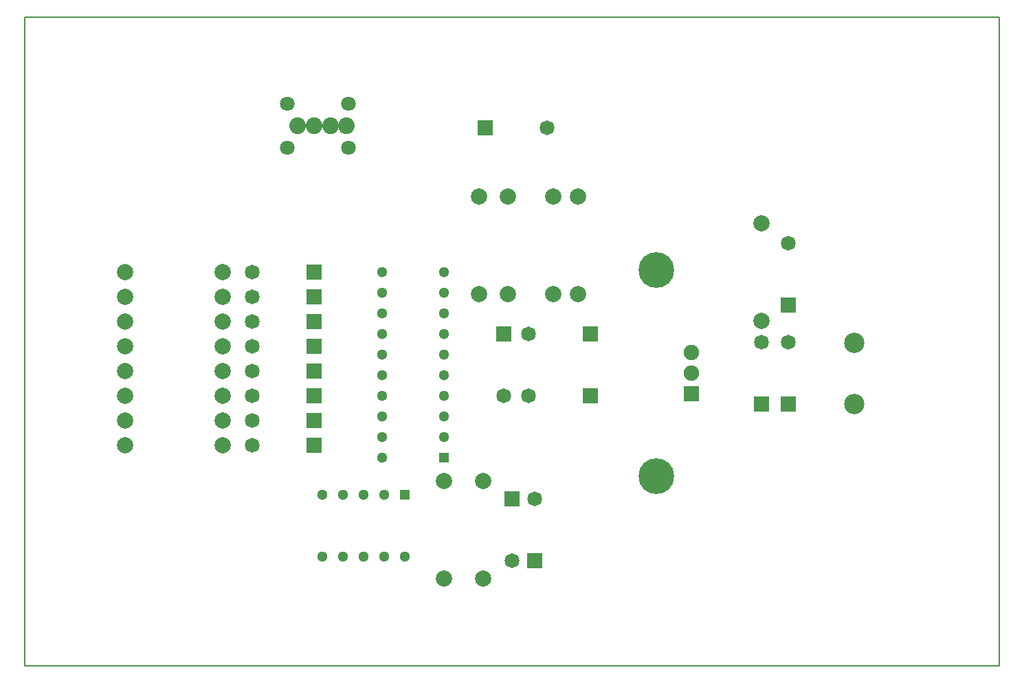
<source format=gbr>
G04 #@! TF.FileFunction,Soldermask,Bot*
%FSLAX46Y46*%
G04 Gerber Fmt 4.6, Leading zero omitted, Abs format (unit mm)*
G04 Created by KiCad (PCBNEW 4.0.0-rc1-stable) date dom 11 oct 2015 19:35:07 CEST*
%MOMM*%
G01*
G04 APERTURE LIST*
%ADD10C,0.100000*%
%ADD11C,0.150000*%
%ADD12R,1.822400X1.822400*%
%ADD13C,1.822400*%
%ADD14C,1.300000*%
%ADD15R,1.300000X1.300000*%
%ADD16C,2.500580*%
%ADD17C,2.000000*%
%ADD18C,1.804620*%
%ADD19C,2.051000*%
%ADD20R,1.900000X1.900000*%
%ADD21C,1.900000*%
%ADD22C,4.400000*%
G04 APERTURE END LIST*
D10*
D11*
X100000000Y-30000000D02*
X220000000Y-30000000D01*
X100000000Y-110000000D02*
X100000000Y-30000000D01*
X220000000Y-110000000D02*
X100000000Y-110000000D01*
X220000000Y-30000000D02*
X220000000Y-110000000D01*
D12*
X190754000Y-77724000D03*
D13*
X190754000Y-70104000D03*
D12*
X194056000Y-77724000D03*
D13*
X194056000Y-70104000D03*
D12*
X160020000Y-89408000D03*
D13*
X160020000Y-97028000D03*
D12*
X194056000Y-65532000D03*
D13*
X194056000Y-57912000D03*
D12*
X156718000Y-43688000D03*
D13*
X164338000Y-43688000D03*
D14*
X144018000Y-84328000D03*
X144018000Y-81788000D03*
X144018000Y-79248000D03*
X144018000Y-76708000D03*
X144018000Y-74168000D03*
X144018000Y-71628000D03*
X144018000Y-66548000D03*
X144018000Y-69088000D03*
D15*
X151638000Y-84328000D03*
D14*
X151638000Y-81788000D03*
X151638000Y-79248000D03*
X151638000Y-76708000D03*
X151638000Y-74168000D03*
X151638000Y-71628000D03*
X151638000Y-69088000D03*
X151638000Y-66548000D03*
X151638000Y-61468000D03*
X151638000Y-64008000D03*
X144018000Y-61468000D03*
X144018000Y-64008000D03*
D16*
X202184000Y-70164960D03*
X202184000Y-77663040D03*
D17*
X124364000Y-61468000D03*
X112364000Y-61468000D03*
X124364000Y-64516000D03*
X112364000Y-64516000D03*
X124364000Y-67564000D03*
X112364000Y-67564000D03*
X124364000Y-70612000D03*
X112364000Y-70612000D03*
X124364000Y-73660000D03*
X112364000Y-73660000D03*
X124364000Y-76708000D03*
X112364000Y-76708000D03*
X124364000Y-79756000D03*
X112364000Y-79756000D03*
X124364000Y-82804000D03*
X112364000Y-82804000D03*
X168148000Y-64166000D03*
X168148000Y-52166000D03*
X155956000Y-64166000D03*
X155956000Y-52166000D03*
X159512000Y-64166000D03*
X159512000Y-52166000D03*
X165100000Y-64166000D03*
X165100000Y-52166000D03*
X156464000Y-87218000D03*
X156464000Y-99218000D03*
X190754000Y-55468000D03*
X190754000Y-67468000D03*
X151638000Y-99218000D03*
X151638000Y-87218000D03*
D18*
X139872720Y-46154340D03*
X132334000Y-46154340D03*
X132334000Y-40713660D03*
X139872720Y-40713660D03*
D19*
X139603480Y-43434000D03*
X137604500Y-43434000D03*
X135602980Y-43434000D03*
X133604000Y-43434000D03*
D20*
X182118000Y-76454000D03*
D21*
X182118000Y-73914000D03*
X182118000Y-71374000D03*
D22*
X177768000Y-61214000D03*
X177768000Y-86614000D03*
D14*
X146812000Y-96520000D03*
X144272000Y-96520000D03*
X141732000Y-96520000D03*
X139192000Y-96520000D03*
X136652000Y-96520000D03*
D15*
X146812000Y-88900000D03*
D14*
X144272000Y-88900000D03*
X141732000Y-88900000D03*
X139192000Y-88900000D03*
X136652000Y-88900000D03*
D12*
X135636000Y-61468000D03*
D13*
X128016000Y-61468000D03*
D12*
X135636000Y-64516000D03*
D13*
X128016000Y-64516000D03*
D12*
X135636000Y-67564000D03*
D13*
X128016000Y-67564000D03*
D12*
X135636000Y-70612000D03*
D13*
X128016000Y-70612000D03*
D12*
X135636000Y-73660000D03*
D13*
X128016000Y-73660000D03*
D12*
X135636000Y-76708000D03*
D13*
X128016000Y-76708000D03*
D12*
X135636000Y-79756000D03*
D13*
X128016000Y-79756000D03*
D12*
X135636000Y-82804000D03*
D13*
X128016000Y-82804000D03*
D12*
X169672000Y-69088000D03*
D13*
X162052000Y-69088000D03*
D12*
X169672000Y-76708000D03*
D13*
X162052000Y-76708000D03*
D12*
X162814000Y-97028000D03*
D13*
X162814000Y-89408000D03*
D12*
X159004000Y-69088000D03*
D13*
X159004000Y-76708000D03*
M02*

</source>
